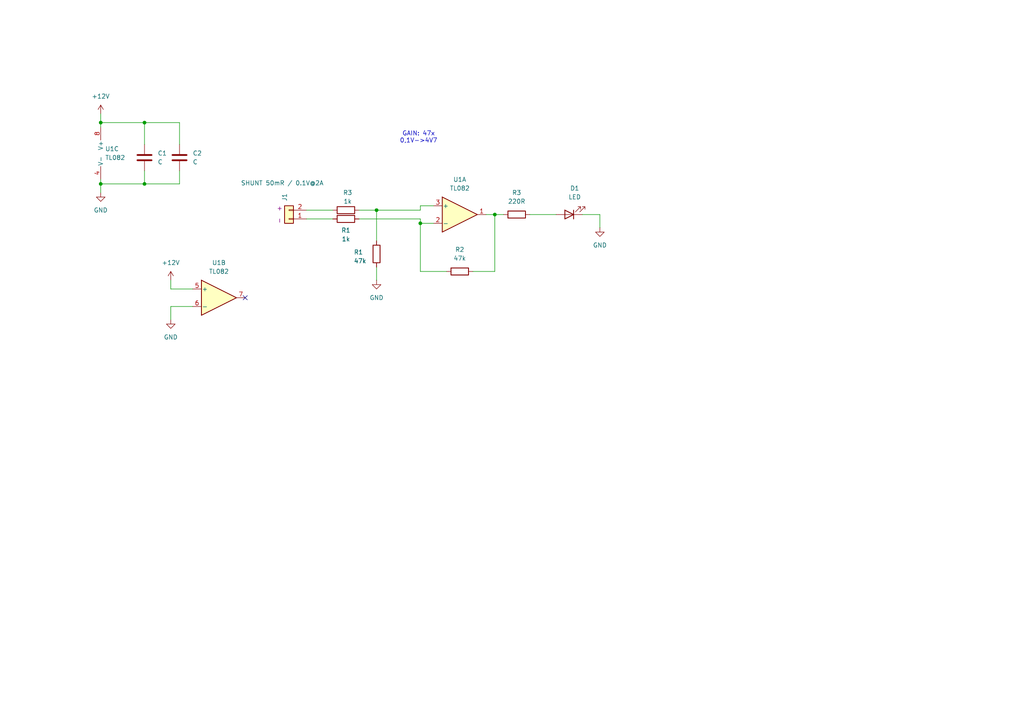
<source format=kicad_sch>
(kicad_sch (version 20231120) (generator "eeschema") (generator_version "8.0")
  (paper "A4")
  (lib_symbols
    (symbol "Amplifier_Operational:TL082" (pin_names (offset 0.127))
      (property "Reference" "U" (at 0 5.08 0))
      (property "Value" "TL082" (at 0 -5.08 0))
      (symbol "TL082_1_1"
        (polyline (pts (xy -5.08 5.08) (xy 5.08 0) (xy -5.08 -5.08) (xy -5.08 5.08)) (stroke (width 0.254)) (fill (type background)))
        (pin output line (at 7.62 0 180) (length 2.54) (name "~") (number "1"))
        (pin input line (at -7.62 -2.54 0) (length 2.54) (name "-") (number "2"))
        (pin input line (at -7.62 2.54 0) (length 2.54) (name "+") (number "3"))
      )
      (symbol "TL082_2_1"
        (polyline (pts (xy -5.08 5.08) (xy 5.08 0) (xy -5.08 -5.08) (xy -5.08 5.08)) (stroke (width 0.254)) (fill (type background)))
        (pin input line (at -7.62 2.54 0) (length 2.54) (name "+") (number "5"))
        (pin input line (at -7.62 -2.54 0) (length 2.54) (name "-") (number "6"))
        (pin output line (at 7.62 0 180) (length 2.54) (name "~") (number "7"))
      )
      (symbol "TL082_3_1"
        (pin power_in line (at -2.54 -7.62 90) (length 3.81) (name "V-") (number "4"))
        (pin power_in line (at -2.54 7.62 270) (length 3.81) (name "V+") (number "8"))
      )
    )
    (symbol "Connector_Generic:Conn_01x02" (pin_names (offset 1.016) hide)
      (property "Reference" "J" (at 0 2.54 0))
      (property "Value" "Conn_01x02" (at 0 -5.08 0))
      (symbol "Conn_01x02_1_1"
        (rectangle (start -1.27 -2.413) (end 0 -2.667) (stroke (width 0.1524)))
        (rectangle (start -1.27 0.127) (end 0 -0.127) (stroke (width 0.1524)))
        (rectangle (start -1.27 1.27) (end 1.27 -3.81) (stroke (width 0.254)) (fill (type background)))
        (pin passive line (at -5.08 0 0) (length 3.81) (name "Pin_1") (number "1"))
        (pin passive line (at -5.08 -2.54 0) (length 3.81) (name "Pin_2") (number "2"))
      )
    )
    (symbol "Device:C" (pin_numbers hide) (pin_names (offset 0.254))
      (property "Reference" "C" (at 0.635 2.54 0))
      (property "Value" "C" (at 0.635 -2.54 0))
      (symbol "C_0_1"
        (polyline (pts (xy -2.032 -0.762) (xy 2.032 -0.762)) (stroke (width 0.508)))
        (polyline (pts (xy -2.032 0.762) (xy 2.032 0.762)) (stroke (width 0.508)))
      )
      (symbol "C_1_1"
        (pin passive line (at 0 3.81 270) (length 2.794) (name "~") (number "1"))
        (pin passive line (at 0 -3.81 90) (length 2.794) (name "~") (number "2"))
      )
    )
    (symbol "Device:LED" (pin_numbers hide) (pin_names (offset 1.016) hide)
      (property "Reference" "D" (at 0 2.54 0))
      (property "Value" "LED" (at 0 -2.54 0))
      (symbol "LED_0_1"
        (polyline (pts (xy -1.27 -1.27) (xy -1.27 1.27)) (stroke (width 0.254)))
        (polyline (pts (xy -1.27 0) (xy 1.27 0)))
        (polyline (pts (xy 1.27 -1.27) (xy 1.27 1.27) (xy -1.27 0) (xy 1.27 -1.27)) (stroke (width 0.254)))
        (polyline (pts (xy -3.048 -0.762) (xy -4.572 -2.286) (xy -3.81 -2.286) (xy -4.572 -2.286) (xy -4.572 -1.524)))
        (polyline (pts (xy -1.778 -0.762) (xy -3.302 -2.286) (xy -2.54 -2.286) (xy -3.302 -2.286) (xy -3.302 -1.524)))
      )
      (symbol "LED_1_1"
        (pin passive line (at -3.81 0 0) (length 2.54) (name "K") (number "1"))
        (pin passive line (at 3.81 0 180) (length 2.54) (name "A") (number "2"))
      )
    )
    (symbol "Device:R" (pin_numbers hide) (pin_names (offset 0))
      (property "Reference" "R" (at 2.032 0 90))
      (property "Value" "R" (at 0 0 90))
      (symbol "R_0_1"
        (rectangle (start -1.016 -2.54) (end 1.016 2.54) (stroke (width 0.254)))
      )
      (symbol "R_1_1"
        (pin passive line (at 0 3.81 270) (length 1.27) (name "~") (number "1"))
        (pin passive line (at 0 -3.81 90) (length 1.27) (name "~") (number "2"))
      )
    )
    (symbol "power:+12V" (power) (pin_numbers hide) (pin_names (offset 0) hide)
      (property "Value" "+12V" (at 0 3.556 0))
      (symbol "+12V_0_1"
        (polyline (pts (xy -0.762 1.27) (xy 0 2.54)))
        (polyline (pts (xy 0 0) (xy 0 2.54)))
        (polyline (pts (xy 0 2.54) (xy 0.762 1.27)))
      )
      (symbol "+12V_1_1"
        (pin power_in line (at 0 0 90) (length 0) (name "~") (number "1"))
      )
    )
    (symbol "power:GND" (power) (pin_numbers hide) (pin_names (offset 0) hide)
      (property "Value" "GND" (at 0 -3.81 0))
      (symbol "GND_0_1"
        (polyline (pts (xy 0 0) (xy 0 -1.27) (xy 1.27 -1.27) (xy 0 -2.54) (xy -1.27 -1.27) (xy 0 -1.27)))
      )
      (symbol "GND_1_1"
        (pin power_in line (at 0 0 270) (length 0) (name "~") (number "1"))
      )
    )
  )
  (junction (at 29.21 53.34))
  (junction (at 121.92 64.77))
  (junction (at 41.91 35.56))
  (junction (at 143.51 62.23))
  (junction (at 29.21 35.56))
  (junction (at 109.22 60.96))
  (junction (at 41.91 53.34))
  (no_connect (at 71.12 86.36))
  (wire (pts (xy 52.07 35.56) (xy 41.91 35.56)))
  (wire (pts (xy 121.92 60.96) (xy 121.92 59.69)))
  (wire (pts (xy 173.99 62.23) (xy 173.99 66.04)))
  (wire (pts (xy 121.92 59.69) (xy 125.73 59.69)))
  (wire (pts (xy 41.91 41.91) (xy 41.91 35.56)))
  (wire (pts (xy 125.73 64.77) (xy 121.92 64.77)))
  (wire (pts (xy 168.91 62.23) (xy 173.99 62.23)))
  (wire (pts (xy 143.51 62.23) (xy 146.05 62.23)))
  (wire (pts (xy 29.21 53.34) (xy 29.21 55.88)))
  (wire (pts (xy 121.92 78.74) (xy 121.92 64.77)))
  (wire (pts (xy 52.07 41.91) (xy 52.07 35.56)))
  (wire (pts (xy 52.07 49.53) (xy 52.07 53.34)))
  (wire (pts (xy 88.9 60.96) (xy 96.52 60.96)))
  (wire (pts (xy 49.53 92.71) (xy 49.53 88.9)))
  (wire (pts (xy 121.92 63.5) (xy 121.92 64.77)))
  (wire (pts (xy 29.21 33.02) (xy 29.21 35.56)))
  (wire (pts (xy 153.67 62.23) (xy 161.29 62.23)))
  (wire (pts (xy 104.14 60.96) (xy 109.22 60.96)))
  (wire (pts (xy 109.22 60.96) (xy 109.22 69.85)))
  (wire (pts (xy 109.22 60.96) (xy 121.92 60.96)))
  (wire (pts (xy 29.21 35.56) (xy 29.21 36.83)))
  (wire (pts (xy 137.16 78.74) (xy 143.51 78.74)))
  (wire (pts (xy 41.91 53.34) (xy 41.91 49.53)))
  (wire (pts (xy 29.21 52.07) (xy 29.21 53.34)))
  (wire (pts (xy 143.51 78.74) (xy 143.51 62.23)))
  (wire (pts (xy 140.97 62.23) (xy 143.51 62.23)))
  (wire (pts (xy 104.14 63.5) (xy 121.92 63.5)))
  (wire (pts (xy 129.54 78.74) (xy 121.92 78.74)))
  (wire (pts (xy 49.53 81.28) (xy 49.53 83.82)))
  (wire (pts (xy 29.21 53.34) (xy 41.91 53.34)))
  (wire (pts (xy 88.9 63.5) (xy 96.52 63.5)))
  (wire (pts (xy 52.07 53.34) (xy 41.91 53.34)))
  (wire (pts (xy 49.53 83.82) (xy 55.88 83.82)))
  (wire (pts (xy 49.53 88.9) (xy 55.88 88.9)))
  (wire (pts (xy 109.22 77.47) (xy 109.22 81.28)))
  (wire (pts (xy 29.21 35.56) (xy 41.91 35.56)))
  (text "GAIN: 47x\n0,1V->4V7" (at 121.412 39.878 0) (effects (font (size 1.27 1.27))))
  (symbol (lib_id "Device:LED") (at 165.1 62.23 180) (unit 1)
    (property "Reference" "D1" (at 166.6875 54.61 0))
    (property "Value" "LED" (at 166.6875 57.15 0))
    (property "Description" "Light emitting diode" (effects (hide yes)))
  )
  (symbol (lib_id "power:GND") (at 173.99 66.04 0) (unit 1)
    (property "Reference" "#PWR05" (effects (hide yes)))
    (property "Value" "GND" (at 173.99 71.12 0))
    (property "Description" "Power symbol creates a global label with name \"GND\" , ground" (effects (hide yes)))
  )
  (symbol (lib_id "power:GND") (at 29.21 55.88 0) (unit 1)
    (property "Reference" "#PWR02" (effects (hide yes)))
    (property "Value" "GND" (at 29.21 60.96 0))
    (property "Description" "Power symbol creates a global label with name \"GND\" , ground" (effects (hide yes)))
  )
  (symbol (lib_id "Amplifier_Operational:TL082") (at 31.75 44.45 0) (unit 3)
    (property "Reference" "U1" (at 30.48 43.1799 0) (effects (justify left)))
    (property "Value" "TL082" (at 30.48 45.7199 0) (effects (justify left)))
    (property "Datasheet" "http://www.ti.com/lit/ds/symlink/tl081.pdf" (effects (hide yes)))
    (property "Description" "Dual JFET-Input Operational Amplifiers, DIP-8/SOIC-8/SSOP-8" (effects (hide yes)))
  )
  (symbol (lib_id "Device:R") (at 109.22 73.66 0) (unit 1)
    (property "Reference" "R1" (at 102.616 73.152 0) (effects (justify left)))
    (property "Value" "47k" (at 102.616 75.692 0) (effects (justify left)))
    (property "Description" "Resistor" (effects (hide yes)))
  )
  (symbol (lib_id "Device:R") (at 100.33 60.96 90) (unit 1)
    (property "Reference" "R3" (at 100.838 55.88 90))
    (property "Value" "1k" (at 100.838 58.42 90))
    (property "Description" "Resistor" (effects (hide yes)))
  )
  (symbol (lib_id "Device:R") (at 149.86 62.23 90) (unit 1)
    (property "Reference" "R3" (at 149.86 55.88 90))
    (property "Value" "220R" (at 149.86 58.42 90))
    (property "Description" "Resistor" (effects (hide yes)))
  )
  (symbol (lib_id "Device:C") (at 41.91 45.72 0) (unit 1)
    (property "Reference" "C1" (at 45.72 44.4499 0) (effects (justify left)))
    (property "Value" "C" (at 45.72 46.9899 0) (effects (justify left)))
    (property "Description" "Unpolarized capacitor" (effects (hide yes)))
  )
  (symbol (lib_id "Amplifier_Operational:TL082") (at 63.5 86.36 0) (unit 2)
    (property "Reference" "U1" (at 63.5 76.2 0))
    (property "Value" "TL082" (at 63.5 78.74 0))
    (property "Datasheet" "http://www.ti.com/lit/ds/symlink/tl081.pdf" (effects (hide yes)))
    (property "Description" "Dual JFET-Input Operational Amplifiers, DIP-8/SOIC-8/SSOP-8" (effects (hide yes)))
  )
  (symbol (lib_id "power:+12V") (at 49.53 81.28 0) (unit 1)
    (property "Reference" "#PWR04" (effects (hide yes)))
    (property "Value" "+12V" (at 49.53 76.2 0))
    (property "Description" "Power symbol creates a global label with name \"+12V\"" (effects (hide yes)))
  )
  (symbol (lib_id "Connector_Generic:Conn_01x02") (at 83.82 63.5 180) (unit 1)
    (property "Reference" "J1" (at 82.5499 58.42 90) (effects (justify right)))
    (property "Value" "SHUNT 50mR / 0.1V@2A" (at 69.85 53.086 0) (effects (justify right)))
    (property "Description" "Generic connector, single row, 01x02, script generated (kicad-library-utils/schlib/autogen/connector/)" (effects (hide yes)))
    (property "Field5" "-  +" (at 81.026 62.23 90))
  )
  (symbol (lib_id "Device:R") (at 133.35 78.74 90) (unit 1)
    (property "Reference" "R2" (at 133.35 72.39 90))
    (property "Value" "47k" (at 133.35 74.93 90))
    (property "Description" "Resistor" (effects (hide yes)))
  )
  (symbol (lib_id "Amplifier_Operational:TL082") (at 133.35 62.23 0) (unit 1)
    (property "Reference" "U1" (at 133.35 52.07 0))
    (property "Value" "TL082" (at 133.35 54.61 0))
    (property "Datasheet" "http://www.ti.com/lit/ds/symlink/tl081.pdf" (effects (hide yes)))
    (property "Description" "Dual JFET-Input Operational Amplifiers, DIP-8/SOIC-8/SSOP-8" (effects (hide yes)))
  )
  (symbol (lib_id "power:GND") (at 49.53 92.71 0) (unit 1)
    (property "Reference" "#PWR03" (effects (hide yes)))
    (property "Value" "GND" (at 49.53 97.79 0))
    (property "Description" "Power symbol creates a global label with name \"GND\" , ground" (effects (hide yes)))
  )
  (symbol (lib_id "power:+12V") (at 29.21 33.02 0) (unit 1)
    (property "Reference" "#PWR01" (effects (hide yes)))
    (property "Value" "+12V" (at 29.21 27.94 0))
    (property "Description" "Power symbol creates a global label with name \"+12V\"" (effects (hide yes)))
  )
  (symbol (lib_id "Device:R") (at 100.33 63.5 90) (unit 1)
    (property "Reference" "R1" (at 100.33 66.802 90))
    (property "Value" "1k" (at 100.33 69.342 90))
    (property "Description" "Resistor" (effects (hide yes)))
  )
  (symbol (lib_id "Device:C") (at 52.07 45.72 0) (unit 1)
    (property "Reference" "C2" (at 55.88 44.4499 0) (effects (justify left)))
    (property "Value" "C" (at 55.88 46.9899 0) (effects (justify left)))
    (property "Description" "Unpolarized capacitor" (effects (hide yes)))
  )
  (symbol (lib_id "power:GND") (at 109.22 81.28 0) (unit 1)
    (property "Reference" "#PWR06" (effects (hide yes)))
    (property "Value" "GND" (at 109.22 86.36 0))
    (property "Description" "Power symbol creates a global label with name \"GND\" , ground" (effects (hide yes)))
  )
)
</source>
